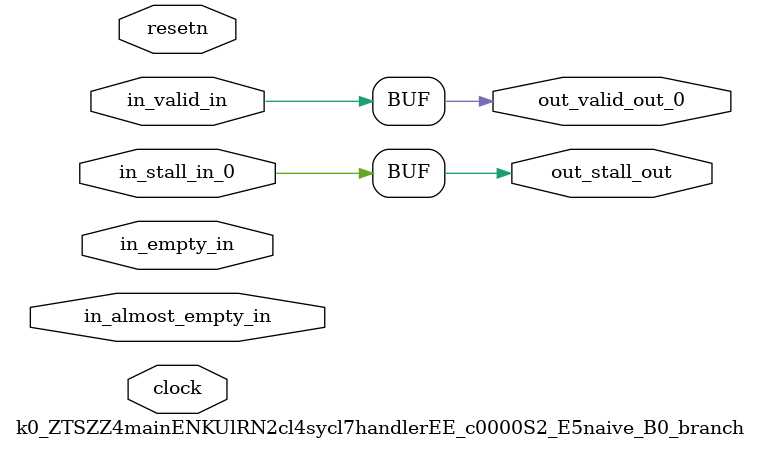
<source format=sv>



(* altera_attribute = "-name AUTO_SHIFT_REGISTER_RECOGNITION OFF; -name MESSAGE_DISABLE 10036; -name MESSAGE_DISABLE 10037; -name MESSAGE_DISABLE 14130; -name MESSAGE_DISABLE 14320; -name MESSAGE_DISABLE 15400; -name MESSAGE_DISABLE 14130; -name MESSAGE_DISABLE 10036; -name MESSAGE_DISABLE 12020; -name MESSAGE_DISABLE 12030; -name MESSAGE_DISABLE 12010; -name MESSAGE_DISABLE 12110; -name MESSAGE_DISABLE 14320; -name MESSAGE_DISABLE 13410; -name MESSAGE_DISABLE 113007; -name MESSAGE_DISABLE 10958" *)
module k0_ZTSZZ4mainENKUlRN2cl4sycl7handlerEE_c0000S2_E5naive_B0_branch (
    input wire [0:0] in_almost_empty_in,
    input wire [0:0] in_empty_in,
    input wire [0:0] in_stall_in_0,
    input wire [0:0] in_valid_in,
    output wire [0:0] out_stall_out,
    output wire [0:0] out_valid_out_0,
    input wire clock,
    input wire resetn
    );

    reg [0:0] rst_sync_rst_sclrn;


    // out_stall_out(GPOUT,6)
    assign out_stall_out = in_stall_in_0;

    // out_valid_out_0(GPOUT,7)
    assign out_valid_out_0 = in_valid_in;

    // rst_sync(RESETSYNC,8)
    acl_reset_handler #(
        .ASYNC_RESET(0),
        .USE_SYNCHRONIZER(1),
        .PULSE_EXTENSION(0),
        .PIPE_DEPTH(3),
        .DUPLICATE(1)
    ) therst_sync (
        .clk(clock),
        .i_resetn(resetn),
        .o_sclrn(rst_sync_rst_sclrn)
    );

endmodule

</source>
